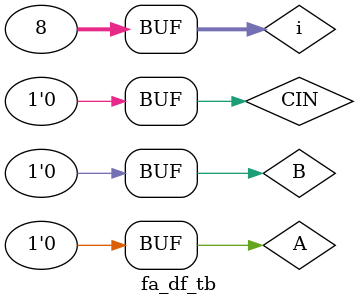
<source format=v>
module fa_df(S, C, A, B, CIN);
    input A, B, CIN;
    output S, C;
    assign S = {A ^ B ^ CIN};
    assign C = {{A ^ B} & CIN | {A & B}};
endmodule

module fa_df_tb;
    reg A, B, CIN;
    wire S, C;
    integer i;
    fa_df tb(S, C, A, B, CIN);
    initial
    begin
        for (i=3'b0;i<8;i=i+1)
            begin
                {A, B, CIN} = i; #10;
            end
        {A, B, CIN} = 3'b0;
    end
endmodule

</source>
